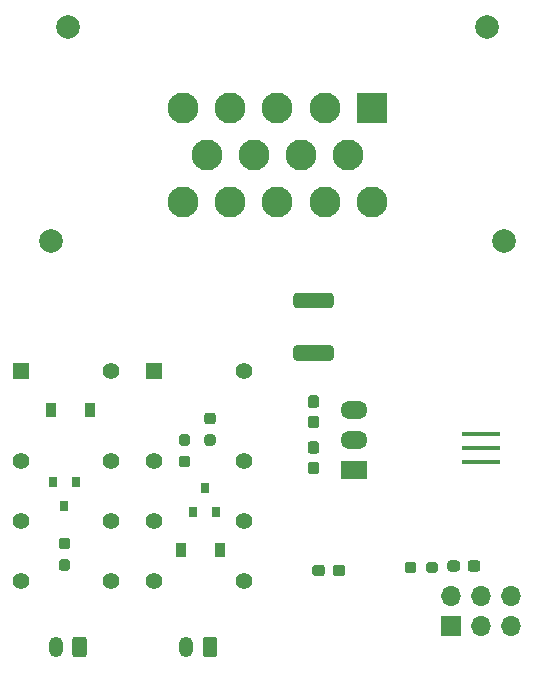
<source format=gbr>
%TF.GenerationSoftware,KiCad,Pcbnew,5.1.7-a382d34a8~88~ubuntu18.04.1*%
%TF.CreationDate,2021-02-25T09:41:41-05:00*%
%TF.ProjectId,FaultLatcher,4661756c-744c-4617-9463-6865722e6b69,rev?*%
%TF.SameCoordinates,Original*%
%TF.FileFunction,Soldermask,Bot*%
%TF.FilePolarity,Negative*%
%FSLAX46Y46*%
G04 Gerber Fmt 4.6, Leading zero omitted, Abs format (unit mm)*
G04 Created by KiCad (PCBNEW 5.1.7-a382d34a8~88~ubuntu18.04.1) date 2021-02-25 09:41:41*
%MOMM*%
%LPD*%
G01*
G04 APERTURE LIST*
%ADD10C,2.000000*%
%ADD11C,2.625000*%
%ADD12R,2.625000X2.625000*%
%ADD13C,1.400000*%
%ADD14R,1.400000X1.400000*%
%ADD15R,0.900000X1.200000*%
%ADD16R,3.200000X0.400000*%
%ADD17O,2.300000X1.500000*%
%ADD18R,2.300000X1.500000*%
%ADD19O,1.200000X1.750000*%
%ADD20R,0.800000X0.900000*%
%ADD21O,1.700000X1.700000*%
%ADD22R,1.700000X1.700000*%
G04 APERTURE END LIST*
D10*
%TO.C,J2*%
X127612000Y-92390000D03*
X166012000Y-92390000D03*
X129112000Y-74290000D03*
X164512000Y-74290000D03*
D11*
X138812000Y-89090000D03*
X142812000Y-89090000D03*
X146812000Y-89090000D03*
X150812000Y-89090000D03*
X154812000Y-89090000D03*
X140812000Y-85090000D03*
X144812000Y-85090000D03*
X148812000Y-85090000D03*
X152812000Y-85090000D03*
X138812000Y-81090000D03*
X142812000Y-81090000D03*
X146812000Y-81090000D03*
X150812000Y-81090000D03*
D12*
X154812000Y-81090000D03*
%TD*%
%TO.C,R8*%
G36*
G01*
X139175500Y-109707500D02*
X138700500Y-109707500D01*
G75*
G02*
X138463000Y-109470000I0J237500D01*
G01*
X138463000Y-108970000D01*
G75*
G02*
X138700500Y-108732500I237500J0D01*
G01*
X139175500Y-108732500D01*
G75*
G02*
X139413000Y-108970000I0J-237500D01*
G01*
X139413000Y-109470000D01*
G75*
G02*
X139175500Y-109707500I-237500J0D01*
G01*
G37*
G36*
G01*
X139175500Y-111532500D02*
X138700500Y-111532500D01*
G75*
G02*
X138463000Y-111295000I0J237500D01*
G01*
X138463000Y-110795000D01*
G75*
G02*
X138700500Y-110557500I237500J0D01*
G01*
X139175500Y-110557500D01*
G75*
G02*
X139413000Y-110795000I0J-237500D01*
G01*
X139413000Y-111295000D01*
G75*
G02*
X139175500Y-111532500I-237500J0D01*
G01*
G37*
%TD*%
D13*
%TO.C,K4*%
X144018000Y-110998000D03*
X144018000Y-121158000D03*
X144018000Y-116078000D03*
X136398000Y-110998000D03*
X136398000Y-121158000D03*
X136398000Y-116078000D03*
X144018000Y-103378000D03*
D14*
X136398000Y-103378000D03*
%TD*%
%TO.C,F1*%
G36*
G01*
X151310000Y-98054000D02*
X148410000Y-98054000D01*
G75*
G02*
X148160000Y-97804000I0J250000D01*
G01*
X148160000Y-97004000D01*
G75*
G02*
X148410000Y-96754000I250000J0D01*
G01*
X151310000Y-96754000D01*
G75*
G02*
X151560000Y-97004000I0J-250000D01*
G01*
X151560000Y-97804000D01*
G75*
G02*
X151310000Y-98054000I-250000J0D01*
G01*
G37*
G36*
G01*
X151310000Y-102504000D02*
X148410000Y-102504000D01*
G75*
G02*
X148160000Y-102254000I0J250000D01*
G01*
X148160000Y-101454000D01*
G75*
G02*
X148410000Y-101204000I250000J0D01*
G01*
X151310000Y-101204000D01*
G75*
G02*
X151560000Y-101454000I0J-250000D01*
G01*
X151560000Y-102254000D01*
G75*
G02*
X151310000Y-102504000I-250000J0D01*
G01*
G37*
%TD*%
D15*
%TO.C,D4*%
X141984000Y-118491000D03*
X138684000Y-118491000D03*
%TD*%
%TO.C,D1*%
X127637000Y-106680000D03*
X130937000Y-106680000D03*
%TD*%
D16*
%TO.C,Y1*%
X164084000Y-108712000D03*
X164084000Y-109912000D03*
X164084000Y-111112000D03*
%TD*%
D17*
%TO.C,U4*%
X153289000Y-106680000D03*
X153289000Y-109220000D03*
D18*
X153289000Y-111760000D03*
%TD*%
D19*
%TO.C,IMD1*%
X139097000Y-126746000D03*
G36*
G01*
X141697000Y-126120999D02*
X141697000Y-127371001D01*
G75*
G02*
X141447001Y-127621000I-249999J0D01*
G01*
X140746999Y-127621000D01*
G75*
G02*
X140497000Y-127371001I0J249999D01*
G01*
X140497000Y-126120999D01*
G75*
G02*
X140746999Y-125871000I249999J0D01*
G01*
X141447001Y-125871000D01*
G75*
G02*
X141697000Y-126120999I0J-249999D01*
G01*
G37*
%TD*%
%TO.C,BMS1*%
X128048000Y-126746000D03*
G36*
G01*
X130648000Y-126120999D02*
X130648000Y-127371001D01*
G75*
G02*
X130398001Y-127621000I-249999J0D01*
G01*
X129697999Y-127621000D01*
G75*
G02*
X129448000Y-127371001I0J249999D01*
G01*
X129448000Y-126120999D01*
G75*
G02*
X129697999Y-125871000I249999J0D01*
G01*
X130398001Y-125871000D01*
G75*
G02*
X130648000Y-126120999I0J-249999D01*
G01*
G37*
%TD*%
%TO.C,R5*%
G36*
G01*
X158555500Y-119777500D02*
X158555500Y-120252500D01*
G75*
G02*
X158318000Y-120490000I-237500J0D01*
G01*
X157818000Y-120490000D01*
G75*
G02*
X157580500Y-120252500I0J237500D01*
G01*
X157580500Y-119777500D01*
G75*
G02*
X157818000Y-119540000I237500J0D01*
G01*
X158318000Y-119540000D01*
G75*
G02*
X158555500Y-119777500I0J-237500D01*
G01*
G37*
G36*
G01*
X160380500Y-119777500D02*
X160380500Y-120252500D01*
G75*
G02*
X160143000Y-120490000I-237500J0D01*
G01*
X159643000Y-120490000D01*
G75*
G02*
X159405500Y-120252500I0J237500D01*
G01*
X159405500Y-119777500D01*
G75*
G02*
X159643000Y-119540000I237500J0D01*
G01*
X160143000Y-119540000D01*
G75*
G02*
X160380500Y-119777500I0J-237500D01*
G01*
G37*
%TD*%
%TO.C,R4*%
G36*
G01*
X140859500Y-108732500D02*
X141334500Y-108732500D01*
G75*
G02*
X141572000Y-108970000I0J-237500D01*
G01*
X141572000Y-109470000D01*
G75*
G02*
X141334500Y-109707500I-237500J0D01*
G01*
X140859500Y-109707500D01*
G75*
G02*
X140622000Y-109470000I0J237500D01*
G01*
X140622000Y-108970000D01*
G75*
G02*
X140859500Y-108732500I237500J0D01*
G01*
G37*
G36*
G01*
X140859500Y-106907500D02*
X141334500Y-106907500D01*
G75*
G02*
X141572000Y-107145000I0J-237500D01*
G01*
X141572000Y-107645000D01*
G75*
G02*
X141334500Y-107882500I-237500J0D01*
G01*
X140859500Y-107882500D01*
G75*
G02*
X140622000Y-107645000I0J237500D01*
G01*
X140622000Y-107145000D01*
G75*
G02*
X140859500Y-106907500I237500J0D01*
G01*
G37*
%TD*%
%TO.C,R1*%
G36*
G01*
X129015500Y-118470500D02*
X128540500Y-118470500D01*
G75*
G02*
X128303000Y-118233000I0J237500D01*
G01*
X128303000Y-117733000D01*
G75*
G02*
X128540500Y-117495500I237500J0D01*
G01*
X129015500Y-117495500D01*
G75*
G02*
X129253000Y-117733000I0J-237500D01*
G01*
X129253000Y-118233000D01*
G75*
G02*
X129015500Y-118470500I-237500J0D01*
G01*
G37*
G36*
G01*
X129015500Y-120295500D02*
X128540500Y-120295500D01*
G75*
G02*
X128303000Y-120058000I0J237500D01*
G01*
X128303000Y-119558000D01*
G75*
G02*
X128540500Y-119320500I237500J0D01*
G01*
X129015500Y-119320500D01*
G75*
G02*
X129253000Y-119558000I0J-237500D01*
G01*
X129253000Y-120058000D01*
G75*
G02*
X129015500Y-120295500I-237500J0D01*
G01*
G37*
%TD*%
D20*
%TO.C,Q4*%
X140650000Y-113316000D03*
X139700000Y-115316000D03*
X141600000Y-115316000D03*
%TD*%
%TO.C,Q1*%
X128778000Y-114808000D03*
X129728000Y-112808000D03*
X127828000Y-112808000D03*
%TD*%
D13*
%TO.C,K1*%
X132715000Y-110998000D03*
X132715000Y-121158000D03*
X132715000Y-116078000D03*
X125095000Y-110998000D03*
X125095000Y-121158000D03*
X125095000Y-116078000D03*
X132715000Y-103378000D03*
D14*
X125095000Y-103378000D03*
%TD*%
D21*
%TO.C,J1*%
X166624000Y-122428000D03*
X166624000Y-124968000D03*
X164084000Y-122428000D03*
X164084000Y-124968000D03*
X161544000Y-122428000D03*
D22*
X161544000Y-124968000D03*
%TD*%
%TO.C,C6*%
G36*
G01*
X149622500Y-107158500D02*
X150097500Y-107158500D01*
G75*
G02*
X150335000Y-107396000I0J-237500D01*
G01*
X150335000Y-107996000D01*
G75*
G02*
X150097500Y-108233500I-237500J0D01*
G01*
X149622500Y-108233500D01*
G75*
G02*
X149385000Y-107996000I0J237500D01*
G01*
X149385000Y-107396000D01*
G75*
G02*
X149622500Y-107158500I237500J0D01*
G01*
G37*
G36*
G01*
X149622500Y-105433500D02*
X150097500Y-105433500D01*
G75*
G02*
X150335000Y-105671000I0J-237500D01*
G01*
X150335000Y-106271000D01*
G75*
G02*
X150097500Y-106508500I-237500J0D01*
G01*
X149622500Y-106508500D01*
G75*
G02*
X149385000Y-106271000I0J237500D01*
G01*
X149385000Y-105671000D01*
G75*
G02*
X149622500Y-105433500I237500J0D01*
G01*
G37*
%TD*%
%TO.C,C5*%
G36*
G01*
X150097500Y-110392500D02*
X149622500Y-110392500D01*
G75*
G02*
X149385000Y-110155000I0J237500D01*
G01*
X149385000Y-109555000D01*
G75*
G02*
X149622500Y-109317500I237500J0D01*
G01*
X150097500Y-109317500D01*
G75*
G02*
X150335000Y-109555000I0J-237500D01*
G01*
X150335000Y-110155000D01*
G75*
G02*
X150097500Y-110392500I-237500J0D01*
G01*
G37*
G36*
G01*
X150097500Y-112117500D02*
X149622500Y-112117500D01*
G75*
G02*
X149385000Y-111880000I0J237500D01*
G01*
X149385000Y-111280000D01*
G75*
G02*
X149622500Y-111042500I237500J0D01*
G01*
X150097500Y-111042500D01*
G75*
G02*
X150335000Y-111280000I0J-237500D01*
G01*
X150335000Y-111880000D01*
G75*
G02*
X150097500Y-112117500I-237500J0D01*
G01*
G37*
%TD*%
%TO.C,C3*%
G36*
G01*
X162911500Y-120125500D02*
X162911500Y-119650500D01*
G75*
G02*
X163149000Y-119413000I237500J0D01*
G01*
X163749000Y-119413000D01*
G75*
G02*
X163986500Y-119650500I0J-237500D01*
G01*
X163986500Y-120125500D01*
G75*
G02*
X163749000Y-120363000I-237500J0D01*
G01*
X163149000Y-120363000D01*
G75*
G02*
X162911500Y-120125500I0J237500D01*
G01*
G37*
G36*
G01*
X161186500Y-120125500D02*
X161186500Y-119650500D01*
G75*
G02*
X161424000Y-119413000I237500J0D01*
G01*
X162024000Y-119413000D01*
G75*
G02*
X162261500Y-119650500I0J-237500D01*
G01*
X162261500Y-120125500D01*
G75*
G02*
X162024000Y-120363000I-237500J0D01*
G01*
X161424000Y-120363000D01*
G75*
G02*
X161186500Y-120125500I0J237500D01*
G01*
G37*
%TD*%
%TO.C,C2*%
G36*
G01*
X149756500Y-120506500D02*
X149756500Y-120031500D01*
G75*
G02*
X149994000Y-119794000I237500J0D01*
G01*
X150594000Y-119794000D01*
G75*
G02*
X150831500Y-120031500I0J-237500D01*
G01*
X150831500Y-120506500D01*
G75*
G02*
X150594000Y-120744000I-237500J0D01*
G01*
X149994000Y-120744000D01*
G75*
G02*
X149756500Y-120506500I0J237500D01*
G01*
G37*
G36*
G01*
X151481500Y-120506500D02*
X151481500Y-120031500D01*
G75*
G02*
X151719000Y-119794000I237500J0D01*
G01*
X152319000Y-119794000D01*
G75*
G02*
X152556500Y-120031500I0J-237500D01*
G01*
X152556500Y-120506500D01*
G75*
G02*
X152319000Y-120744000I-237500J0D01*
G01*
X151719000Y-120744000D01*
G75*
G02*
X151481500Y-120506500I0J237500D01*
G01*
G37*
%TD*%
M02*

</source>
